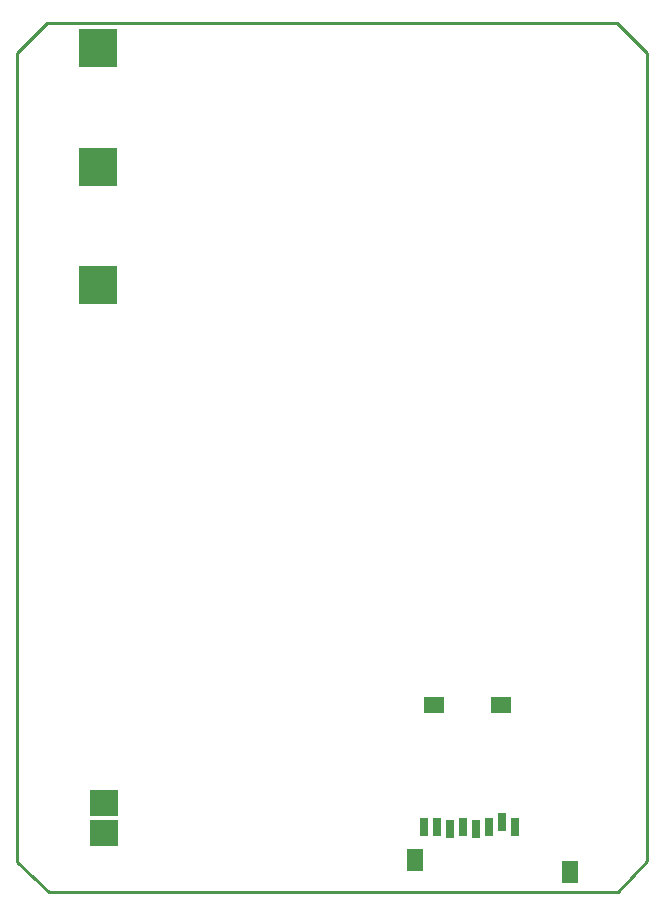
<source format=gtp>
G75*
%MOIN*%
%OFA0B0*%
%FSLAX25Y25*%
%IPPOS*%
%LPD*%
%AMOC8*
5,1,8,0,0,1.08239X$1,22.5*
%
%ADD10C,0.01000*%
%ADD11C,0.01008*%
%ADD12R,0.07087X0.05512*%
%ADD13R,0.05512X0.07480*%
%ADD14R,0.03150X0.05906*%
%ADD15R,0.02500X0.05000*%
%ADD16R,0.09600X0.09000*%
%ADD17R,0.12598X0.12598*%
D10*
X0008544Y0028920D02*
X0018977Y0019038D01*
X0208820Y0019038D01*
X0218387Y0029117D01*
X0218387Y0029195D02*
X0218387Y0298644D01*
X0208426Y0308644D01*
X0018426Y0308644D02*
X0018387Y0308605D01*
X0008544Y0298644D01*
X0008544Y0028920D01*
D11*
X0018387Y0308605D02*
X0208544Y0308605D01*
D12*
X0169725Y0081321D03*
X0147284Y0081321D03*
D13*
X0140985Y0029550D03*
X0192757Y0025613D03*
D14*
X0174410Y0040770D03*
X0170080Y0042345D03*
X0165749Y0040770D03*
X0161418Y0039983D03*
X0157088Y0040770D03*
X0152757Y0039983D03*
X0148426Y0040770D03*
X0144095Y0040770D03*
D15*
X0039063Y0038550D03*
X0035820Y0038550D03*
X0035820Y0048624D03*
X0039063Y0048624D03*
D16*
X0037442Y0048624D03*
X0037442Y0038550D03*
D17*
X0035316Y0221400D03*
X0035316Y0260770D03*
X0035316Y0300140D03*
M02*

</source>
